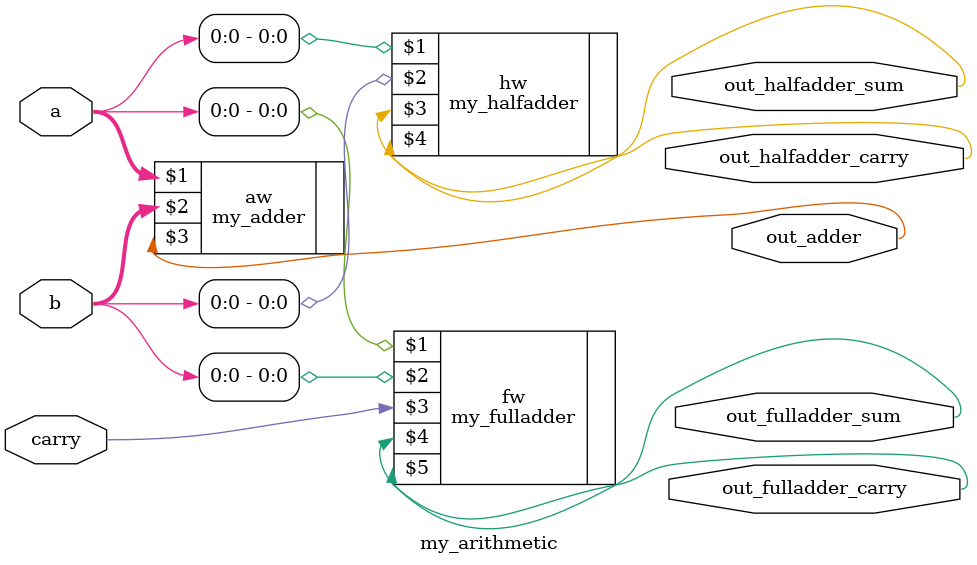
<source format=v>
`include "my_halfadder"

module my_arithmetic (input [15:0] a, b,
                      input  carry,
                      output out_halfadder_sum, out_halfadder_carry,
                      out_fulladder_sum, out_fulladder_carry,
                      out_adder);

   my_halfadder hw(a[0], b[0], out_halfadder_sum, out_halfadder_carry);
   my_fulladder fw(a[0], b[0], carry, out_fulladder_sum, out_fulladder_carry);
   my_adder aw(a, b, out_adder);
endmodule

</source>
